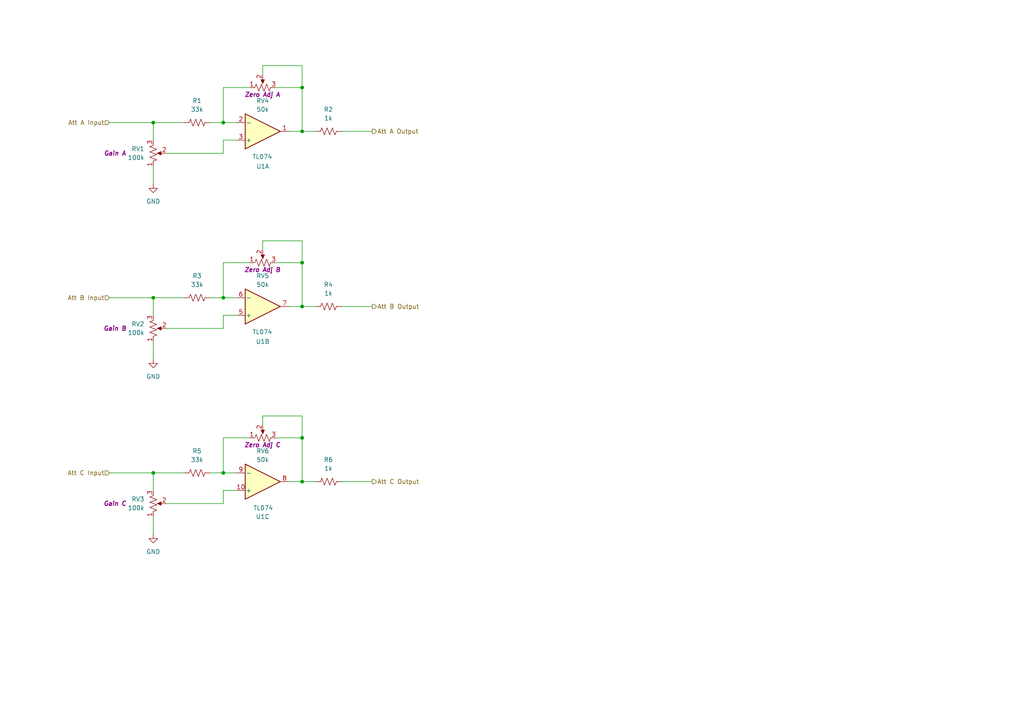
<source format=kicad_sch>
(kicad_sch (version 20250114) (generator "eeschema") (generator_version "9.0")
  (paper "A4")
  (title_block (company "DMH Instruments") (comment 1 "PCB for 5 cm Kosmo format synthesizer module"))
  (lib_symbols
    (symbol "Amplifier_Operational:TL074" (pin_names (offset 0.127))
      (property "Reference" "U" (at 0 5.08 0))
      (property "Value" "TL074" (at 0 -5.08 0))
      (symbol "TL074_1_1"
        (polyline (pts (xy -5.08 5.08) (xy 5.08 0) (xy -5.08 -5.08) (xy -5.08 5.08)) (stroke (width 0.254)) (fill (type background)))
        (pin input line (at -7.62 2.54 0) (length 2.54) (name "+") (number "3"))
        (pin input line (at -7.62 -2.54 0) (length 2.54) (name "-") (number "2"))
        (pin output line (at 7.62 0 180) (length 2.54) (name "~") (number "1"))
      )
      (symbol "TL074_2_1"
        (polyline (pts (xy -5.08 5.08) (xy 5.08 0) (xy -5.08 -5.08) (xy -5.08 5.08)) (stroke (width 0.254)) (fill (type background)))
        (pin input line (at -7.62 2.54 0) (length 2.54) (name "+") (number "5"))
        (pin input line (at -7.62 -2.54 0) (length 2.54) (name "-") (number "6"))
        (pin output line (at 7.62 0 180) (length 2.54) (name "~") (number "7"))
      )
      (symbol "TL074_3_1"
        (polyline (pts (xy -5.08 5.08) (xy 5.08 0) (xy -5.08 -5.08) (xy -5.08 5.08)) (stroke (width 0.254)) (fill (type background)))
        (pin input line (at -7.62 2.54 0) (length 2.54) (name "+") (number "10"))
        (pin input line (at -7.62 -2.54 0) (length 2.54) (name "-") (number "9"))
        (pin output line (at 7.62 0 180) (length 2.54) (name "~") (number "8"))
      )
      (symbol "TL074_4_1"
        (polyline (pts (xy -5.08 5.08) (xy 5.08 0) (xy -5.08 -5.08) (xy -5.08 5.08)) (stroke (width 0.254)) (fill (type background)))
        (pin input line (at -7.62 2.54 0) (length 2.54) (name "+") (number "12"))
        (pin input line (at -7.62 -2.54 0) (length 2.54) (name "-") (number "13"))
        (pin output line (at 7.62 0 180) (length 2.54) (name "~") (number "14"))
      )
      (symbol "TL074_5_1"
        (pin power_in line (at -2.54 7.62 270) (length 3.81) (name "V+") (number "4"))
        (pin power_in line (at -2.54 -7.62 90) (length 3.81) (name "V-") (number "11"))
      )
    )
    (symbol "Device:R_Potentiometer_US" (pin_names (offset 1.016) (hide yes))
      (property "Reference" "RV" (at -4.445 0 90))
      (property "Value" "R_Potentiometer_US" (at -2.54 0 90))
      (symbol "R_Potentiometer_US_0_1"
        (polyline (pts (xy 0 2.54) (xy 0 2.286)))
        (polyline (pts (xy 0 2.286) (xy 1.016 1.905) (xy 0 1.524) (xy -1.016 1.143) (xy 0 0.762)))
        (polyline (pts (xy 0 0.762) (xy 1.016 0.381) (xy 0 0) (xy -1.016 -0.381) (xy 0 -0.762)))
        (polyline (pts (xy 0 -0.762) (xy 1.016 -1.143) (xy 0 -1.524) (xy -1.016 -1.905) (xy 0 -2.286)))
        (polyline (pts (xy 0 -2.286) (xy 0 -2.54)))
        (polyline (pts (xy 1.143 0) (xy 2.286 0.508) (xy 2.286 -0.508) (xy 1.143 0)) (fill (type outline)))
        (polyline (pts (xy 2.54 0) (xy 1.524 0)))
      )
      (symbol "R_Potentiometer_US_1_1"
        (pin passive line (at 0 3.81 270) (length 1.27) (name "1") (number "1"))
        (pin passive line (at 0 -3.81 90) (length 1.27) (name "3") (number "3"))
        (pin passive line (at 3.81 0 180) (length 1.27) (name "2") (number "2"))
      )
    )
    (symbol "Device:R_US" (pin_numbers (hide yes)) (pin_names (offset 0))
      (property "Reference" "R" (at 2.54 0 90))
      (property "Value" "R_US" (at -2.54 0 90))
      (symbol "R_US_0_1"
        (polyline (pts (xy 0 2.286) (xy 0 2.54)))
        (polyline (pts (xy 0 2.286) (xy 1.016 1.905) (xy 0 1.524) (xy -1.016 1.143) (xy 0 0.762)))
        (polyline (pts (xy 0 0.762) (xy 1.016 0.381) (xy 0 0) (xy -1.016 -0.381) (xy 0 -0.762)))
        (polyline (pts (xy 0 -0.762) (xy 1.016 -1.143) (xy 0 -1.524) (xy -1.016 -1.905) (xy 0 -2.286)))
        (polyline (pts (xy 0 -2.286) (xy 0 -2.54)))
      )
      (symbol "R_US_1_1"
        (pin passive line (at 0 3.81 270) (length 1.27) (name "~") (number "1"))
        (pin passive line (at 0 -3.81 90) (length 1.27) (name "~") (number "2"))
      )
    )
    (symbol "power:GND" (power) (pin_numbers (hide yes)) (pin_names (offset 0) (hide yes))
      (property "Value" "GND" (at 0 -3.81 0))
      (symbol "GND_0_1"
        (polyline (pts (xy 0 0) (xy 0 -1.27) (xy 1.27 -1.27) (xy 0 -2.54) (xy -1.27 -1.27) (xy 0 -1.27)))
      )
      (symbol "GND_1_1"
        (pin power_in line (at 0 0 270) (length 0) (name "~") (number "1"))
      )
    )
  )
  (junction (at 44.45 137.16))
  (junction (at 64.77 137.16))
  (junction (at 87.63 88.9))
  (junction (at 44.45 35.56))
  (junction (at 64.77 86.36))
  (junction (at 87.63 38.1))
  (junction (at 64.77 35.56))
  (junction (at 87.63 76.2))
  (junction (at 87.63 139.7))
  (junction (at 87.63 25.4))
  (junction (at 87.63 127))
  (junction (at 44.45 86.36))
  (wire (pts (xy 87.63 88.9) (xy 91.44 88.9)))
  (wire (pts (xy 76.2 123.19) (xy 76.2 120.65)))
  (wire (pts (xy 80.01 25.4) (xy 87.63 25.4)))
  (wire (pts (xy 72.39 76.2) (xy 64.77 76.2)))
  (wire (pts (xy 48.26 146.05) (xy 64.77 146.05)))
  (wire (pts (xy 64.77 91.44) (xy 68.58 91.44)))
  (wire (pts (xy 31.75 35.56) (xy 44.45 35.56)))
  (wire (pts (xy 44.45 137.16) (xy 53.34 137.16)))
  (wire (pts (xy 76.2 19.05) (xy 87.63 19.05)))
  (wire (pts (xy 60.96 35.56) (xy 64.77 35.56)))
  (wire (pts (xy 80.01 127) (xy 87.63 127)))
  (wire (pts (xy 64.77 142.24) (xy 68.58 142.24)))
  (wire (pts (xy 99.06 139.7) (xy 107.95 139.7)))
  (wire (pts (xy 44.45 86.36) (xy 53.34 86.36)))
  (wire (pts (xy 87.63 38.1) (xy 83.82 38.1)))
  (wire (pts (xy 87.63 19.05) (xy 87.63 25.4)))
  (wire (pts (xy 99.06 88.9) (xy 107.95 88.9)))
  (wire (pts (xy 44.45 149.86) (xy 44.45 154.94)))
  (wire (pts (xy 87.63 25.4) (xy 87.63 38.1)))
  (wire (pts (xy 44.45 35.56) (xy 53.34 35.56)))
  (wire (pts (xy 60.96 86.36) (xy 64.77 86.36)))
  (wire (pts (xy 64.77 95.25) (xy 64.77 91.44)))
  (wire (pts (xy 64.77 76.2) (xy 64.77 86.36)))
  (wire (pts (xy 87.63 139.7) (xy 91.44 139.7)))
  (wire (pts (xy 76.2 120.65) (xy 87.63 120.65)))
  (wire (pts (xy 72.39 127) (xy 64.77 127)))
  (wire (pts (xy 60.96 137.16) (xy 64.77 137.16)))
  (wire (pts (xy 80.01 76.2) (xy 87.63 76.2)))
  (wire (pts (xy 87.63 120.65) (xy 87.63 127)))
  (wire (pts (xy 64.77 44.45) (xy 64.77 40.64)))
  (wire (pts (xy 44.45 48.26) (xy 44.45 53.34)))
  (wire (pts (xy 64.77 40.64) (xy 68.58 40.64)))
  (wire (pts (xy 64.77 137.16) (xy 68.58 137.16)))
  (wire (pts (xy 48.26 95.25) (xy 64.77 95.25)))
  (wire (pts (xy 64.77 127) (xy 64.77 137.16)))
  (wire (pts (xy 64.77 146.05) (xy 64.77 142.24)))
  (wire (pts (xy 87.63 139.7) (xy 83.82 139.7)))
  (wire (pts (xy 87.63 76.2) (xy 87.63 88.9)))
  (wire (pts (xy 99.06 38.1) (xy 107.95 38.1)))
  (wire (pts (xy 44.45 142.24) (xy 44.45 137.16)))
  (wire (pts (xy 64.77 25.4) (xy 64.77 35.56)))
  (wire (pts (xy 87.63 88.9) (xy 83.82 88.9)))
  (wire (pts (xy 31.75 86.36) (xy 44.45 86.36)))
  (wire (pts (xy 48.26 44.45) (xy 64.77 44.45)))
  (wire (pts (xy 64.77 86.36) (xy 68.58 86.36)))
  (wire (pts (xy 87.63 127) (xy 87.63 139.7)))
  (wire (pts (xy 76.2 69.85) (xy 87.63 69.85)))
  (wire (pts (xy 76.2 21.59) (xy 76.2 19.05)))
  (wire (pts (xy 87.63 69.85) (xy 87.63 76.2)))
  (wire (pts (xy 64.77 25.4) (xy 72.39 25.4)))
  (wire (pts (xy 44.45 40.64) (xy 44.45 35.56)))
  (wire (pts (xy 64.77 35.56) (xy 68.58 35.56)))
  (wire (pts (xy 87.63 38.1) (xy 91.44 38.1)))
  (wire (pts (xy 31.75 137.16) (xy 44.45 137.16)))
  (wire (pts (xy 76.2 72.39) (xy 76.2 69.85)))
  (wire (pts (xy 44.45 99.06) (xy 44.45 104.14)))
  (wire (pts (xy 44.45 91.44) (xy 44.45 86.36)))
  (hierarchical_label "Att A Input" (shape input) (at 31.75 35.56 180))
  (hierarchical_label "Att B Output" (shape output) (at 107.95 88.9 0))
  (hierarchical_label "Att C Input" (shape input) (at 31.75 137.16 180))
  (hierarchical_label "Att C Output" (shape output) (at 107.95 139.7 0))
  (hierarchical_label "Att B Input" (shape input) (at 31.75 86.36 180))
  (hierarchical_label "Att A Output" (shape output) (at 107.95 38.1 0))
  (symbol (lib_id "power:GND") (at 44.45 104.14 0) (unit 1)
    (property "Reference" "#PWR02" (effects (hide yes)))
    (property "Value" "GND" (at 44.45 109.22 0))
    (property "Description" "Power symbol creates a global label with name \"GND\" , ground" (effects (hide yes)))
  )
  (symbol (lib_id "Device:R_Potentiometer_US") (at 76.2 76.2 90) (unit 1)
    (property "Reference" "RV5" (at 76.2 80.01 90))
    (property "Value" "50k" (at 76.2 82.55 90))
    (property "Footprint" "Potentiometer_THT:Potentiometer_Bourns_3296W_Vertical" (effects (hide yes)))
    (property "Description" "Potentiometer, US symbol" (effects (hide yes)))
    (property "Function" "Zero Adj B" (at 76.2 78.232 90) (effects (font (thickness 0.254) (bold yes) (italic yes))))
  )
  (symbol (lib_id "Device:R_Potentiometer_US") (at 76.2 25.4 90) (unit 1)
    (property "Reference" "RV4" (at 76.2 29.21 90))
    (property "Value" "50k" (at 76.2 31.75 90))
    (property "Footprint" "Potentiometer_THT:Potentiometer_Bourns_3296W_Vertical" (effects (hide yes)))
    (property "Description" "Potentiometer, US symbol" (effects (hide yes)))
    (property "Function" "Zero Adj A" (at 76.2 27.432 90) (effects (font (thickness 0.254) (bold yes) (italic yes))))
  )
  (symbol (lib_id "Amplifier_Operational:TL074") (at 76.2 38.1 0) (mirror x) (unit 1)
    (property "Reference" "U1" (at 76.2 48.26 0))
    (property "Value" "TL074" (at 73.152 45.466 0) (effects (justify left)))
    (property "Footprint" "Package_DIP:DIP-8_W7.62mm_Socket" (effects (hide yes)))
    (property "Datasheet" "http://www.ti.com/lit/ds/symlink/tl071.pdf" (effects (hide yes)))
    (property "Description" "Quad Low-Noise JFET-Input Operational Amplifiers, DIP-14/SOIC-14" (effects (hide yes)))
  )
  (symbol (lib_id "Device:R_US") (at 57.15 137.16 90) (unit 1)
    (property "Reference" "R5" (at 57.15 130.81 90))
    (property "Value" "33k" (at 57.15 133.35 90))
    (property "Footprint" "Resistor_THT:R_Axial_DIN0207_L6.3mm_D2.5mm_P7.62mm_Horizontal" (effects (hide yes)))
    (property "Description" "Resistor, US symbol" (effects (hide yes)))
  )
  (symbol (lib_id "Device:R_Potentiometer_US") (at 44.45 44.45 0) (mirror x) (unit 1)
    (property "Reference" "RV1" (at 41.91 43.1799 0) (effects (justify right)))
    (property "Value" "100k" (at 41.91 45.7199 0) (effects (justify right)))
    (property "Footprint" "SynthStuff:Potentiometer_TT_P110KH1" (effects (hide yes)))
    (property "Description" "Potentiometer, US symbol" (effects (hide yes)))
    (property "Function" "Gain A" (at 33.274 44.45 0) (effects (font (thickness 0.254) (bold yes) (italic yes))))
  )
  (symbol (lib_id "Device:R_Potentiometer_US") (at 44.45 146.05 0) (mirror x) (unit 1)
    (property "Reference" "RV3" (at 41.91 144.7799 0) (effects (justify right)))
    (property "Value" "100k" (at 41.91 147.3199 0) (effects (justify right)))
    (property "Footprint" "SynthStuff:Potentiometer_TT_P110KH1" (effects (hide yes)))
    (property "Description" "Potentiometer, US symbol" (effects (hide yes)))
    (property "Function" "Gain C" (at 33.274 146.05 0) (effects (font (thickness 0.254) (bold yes) (italic yes))))
  )
  (symbol (lib_id "Device:R_US") (at 95.25 38.1 90) (unit 1)
    (property "Reference" "R2" (at 95.25 31.75 90))
    (property "Value" "1k" (at 95.25 34.29 90))
    (property "Footprint" "Resistor_THT:R_Axial_DIN0207_L6.3mm_D2.5mm_P7.62mm_Horizontal" (effects (hide yes)))
    (property "Description" "Resistor, US symbol" (effects (hide yes)))
  )
  (symbol (lib_id "power:GND") (at 44.45 53.34 0) (unit 1)
    (property "Reference" "#PWR01" (effects (hide yes)))
    (property "Value" "GND" (at 44.45 58.42 0))
    (property "Description" "Power symbol creates a global label with name \"GND\" , ground" (effects (hide yes)))
  )
  (symbol (lib_id "Device:R_Potentiometer_US") (at 76.2 127 90) (unit 1)
    (property "Reference" "RV6" (at 76.2 130.81 90))
    (property "Value" "50k" (at 76.2 133.35 90))
    (property "Footprint" "Potentiometer_THT:Potentiometer_Bourns_3296W_Vertical" (effects (hide yes)))
    (property "Description" "Potentiometer, US symbol" (effects (hide yes)))
    (property "Function" "Zero Adj C" (at 76.2 129.032 90) (effects (font (thickness 0.254) (bold yes) (italic yes))))
  )
  (symbol (lib_id "Device:R_US") (at 95.25 139.7 90) (unit 1)
    (property "Reference" "R6" (at 95.25 133.35 90))
    (property "Value" "1k" (at 95.25 135.89 90))
    (property "Footprint" "Resistor_THT:R_Axial_DIN0207_L6.3mm_D2.5mm_P7.62mm_Horizontal" (effects (hide yes)))
    (property "Description" "Resistor, US symbol" (effects (hide yes)))
  )
  (symbol (lib_id "power:GND") (at 44.45 154.94 0) (unit 1)
    (property "Reference" "#PWR09" (effects (hide yes)))
    (property "Value" "GND" (at 44.45 160.02 0))
    (property "Description" "Power symbol creates a global label with name \"GND\" , ground" (effects (hide yes)))
  )
  (symbol (lib_id "Device:R_Potentiometer_US") (at 44.45 95.25 0) (mirror x) (unit 1)
    (property "Reference" "RV2" (at 41.91 93.9799 0) (effects (justify right)))
    (property "Value" "100k" (at 41.91 96.5199 0) (effects (justify right)))
    (property "Footprint" "SynthStuff:Potentiometer_TT_P110KH1" (effects (hide yes)))
    (property "Description" "Potentiometer, US symbol" (effects (hide yes)))
    (property "Function" "Gain B" (at 33.274 95.25 0) (effects (font (thickness 0.254) (bold yes) (italic yes))))
  )
  (symbol (lib_id "Amplifier_Operational:TL074") (at 76.2 88.9 0) (mirror x) (unit 2)
    (property "Reference" "U1" (at 76.2 99.06 0))
    (property "Value" "TL074" (at 73.152 96.266 0) (effects (justify left)))
    (property "Footprint" "Package_DIP:DIP-8_W7.62mm_Socket" (effects (hide yes)))
    (property "Datasheet" "http://www.ti.com/lit/ds/symlink/tl071.pdf" (effects (hide yes)))
    (property "Description" "Quad Low-Noise JFET-Input Operational Amplifiers, DIP-14/SOIC-14" (effects (hide yes)))
  )
  (symbol (lib_id "Amplifier_Operational:TL074") (at 76.2 139.7 0) (mirror x) (unit 3)
    (property "Reference" "U1" (at 76.2 149.86 0))
    (property "Value" "TL074" (at 73.406 147.32 0) (effects (justify left)))
    (property "Footprint" "Package_DIP:DIP-8_W7.62mm_Socket" (effects (hide yes)))
    (property "Datasheet" "http://www.ti.com/lit/ds/symlink/tl071.pdf" (effects (hide yes)))
    (property "Description" "Quad Low-Noise JFET-Input Operational Amplifiers, DIP-14/SOIC-14" (effects (hide yes)))
  )
  (symbol (lib_id "Device:R_US") (at 57.15 86.36 90) (unit 1)
    (property "Reference" "R3" (at 57.15 80.01 90))
    (property "Value" "33k" (at 57.15 82.55 90))
    (property "Footprint" "Resistor_THT:R_Axial_DIN0207_L6.3mm_D2.5mm_P7.62mm_Horizontal" (effects (hide yes)))
    (property "Description" "Resistor, US symbol" (effects (hide yes)))
  )
  (symbol (lib_id "Device:R_US") (at 95.25 88.9 90) (unit 1)
    (property "Reference" "R4" (at 95.25 82.55 90))
    (property "Value" "1k" (at 95.25 85.09 90))
    (property "Footprint" "Resistor_THT:R_Axial_DIN0207_L6.3mm_D2.5mm_P7.62mm_Horizontal" (effects (hide yes)))
    (property "Description" "Resistor, US symbol" (effects (hide yes)))
  )
  (symbol (lib_id "Device:R_US") (at 57.15 35.56 90) (unit 1)
    (property "Reference" "R1" (at 57.15 29.21 90))
    (property "Value" "33k" (at 57.15 31.75 90))
    (property "Footprint" "Resistor_THT:R_Axial_DIN0207_L6.3mm_D2.5mm_P7.62mm_Horizontal" (effects (hide yes)))
    (property "Description" "Resistor, US symbol" (effects (hide yes)))
  )
)
</source>
